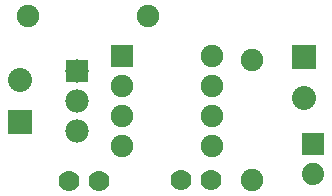
<source format=gbl>
G04 MADE WITH FRITZING*
G04 WWW.FRITZING.ORG*
G04 DOUBLE SIDED*
G04 HOLES PLATED*
G04 CONTOUR ON CENTER OF CONTOUR VECTOR*
%ASAXBY*%
%FSLAX23Y23*%
%MOIN*%
%OFA0B0*%
%SFA1.0B1.0*%
%ADD10C,0.075000*%
%ADD11C,0.070000*%
%ADD12C,0.078000*%
%ADD13C,0.074000*%
%ADD14C,0.080000*%
%ADD15R,0.075000X0.075000*%
%ADD16R,0.078000X0.078000*%
%ADD17R,0.074000X0.074000*%
%ADD18R,0.080000X0.080000*%
%LNCOPPER0*%
G90*
G70*
G54D10*
X495Y580D03*
X795Y580D03*
X495Y480D03*
X795Y480D03*
X495Y380D03*
X795Y380D03*
X495Y280D03*
X795Y280D03*
X930Y566D03*
X930Y166D03*
X182Y713D03*
X582Y713D03*
G54D11*
X693Y165D03*
X793Y165D03*
X321Y164D03*
X421Y164D03*
G54D12*
X347Y530D03*
X347Y430D03*
X347Y330D03*
G54D13*
X1133Y287D03*
X1133Y187D03*
G54D14*
X156Y361D03*
X156Y499D03*
X1104Y576D03*
X1104Y438D03*
G54D15*
X495Y580D03*
G54D16*
X347Y530D03*
G54D17*
X1133Y287D03*
G54D18*
X156Y361D03*
X1104Y576D03*
G04 End of Copper0*
M02*
</source>
